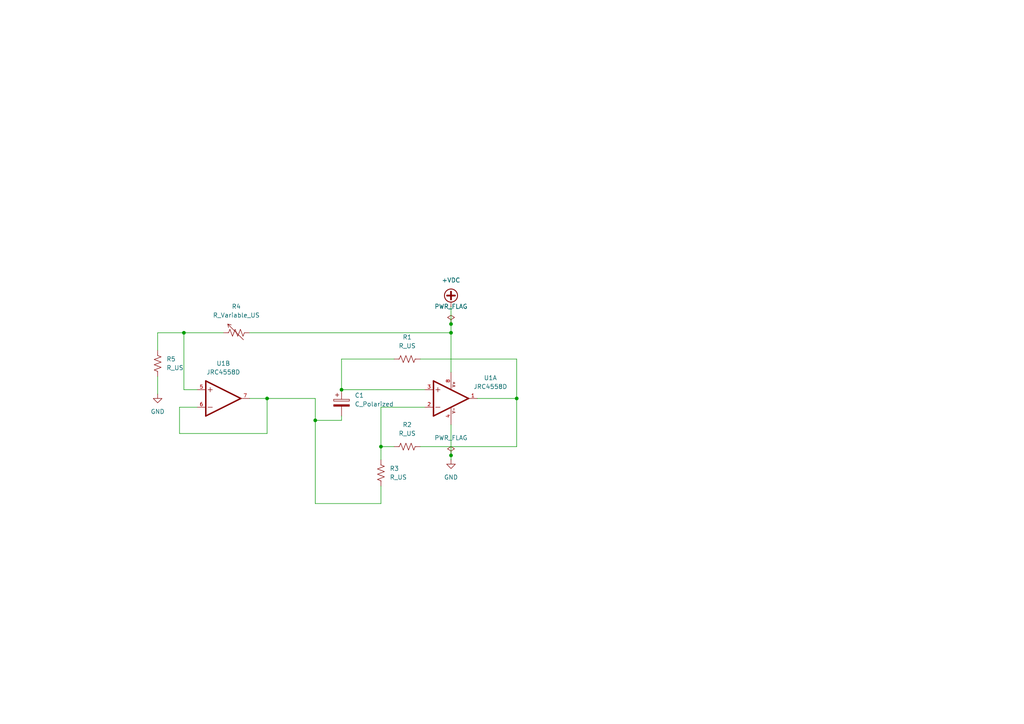
<source format=kicad_sch>
(kicad_sch (version 20231120) (generator "eeschema") (generator_version "8.0")
  (paper "A4")
  (lib_symbols
    (symbol "Device:C_Polarized" (pin_numbers hide) (pin_names (offset 0.254))
      (property "Reference" "C" (at 0.635 2.54 0))
      (property "Value" "C_Polarized" (at 0.635 -2.54 0))
      (symbol "C_Polarized_0_1"
        (rectangle (start -2.286 0.508) (end 2.286 1.016))
        (polyline (pts (xy -1.778 2.286) (xy -0.762 2.286)))
        (polyline (pts (xy -1.27 2.794) (xy -1.27 1.778)))
        (rectangle (start 2.286 -0.508) (end -2.286 -1.016) (fill (type outline)))
      )
      (symbol "C_Polarized_1_1"
        (pin passive line (at 0 3.81 270) (length 2.794) (name "~") (number "1"))
        (pin passive line (at 0 -3.81 90) (length 2.794) (name "~") (number "2"))
      )
    )
    (symbol "Device:R_US" (pin_numbers hide) (pin_names (offset 0))
      (property "Reference" "R" (at 2.54 0 90))
      (property "Value" "R_US" (at -2.54 0 90))
      (symbol "R_US_0_1"
        (polyline (pts (xy 0 -2.286) (xy 0 -2.54)))
        (polyline (pts (xy 0 2.286) (xy 0 2.54)))
        (polyline (pts (xy 0 -0.762) (xy 1.016 -1.143) (xy 0 -1.524) (xy -1.016 -1.905) (xy 0 -2.286)))
        (polyline (pts (xy 0 0.762) (xy 1.016 0.381) (xy 0 0) (xy -1.016 -0.381) (xy 0 -0.762)))
        (polyline (pts (xy 0 2.286) (xy 1.016 1.905) (xy 0 1.524) (xy -1.016 1.143) (xy 0 0.762)))
      )
      (symbol "R_US_1_1"
        (pin passive line (at 0 3.81 270) (length 1.27) (name "~") (number "1"))
        (pin passive line (at 0 -3.81 90) (length 1.27) (name "~") (number "2"))
      )
    )
    (symbol "Device:R_Variable_US" (pin_numbers hide) (pin_names (offset 0))
      (property "Reference" "R" (at 2.54 -2.54 90))
      (property "Value" "R_Variable_US" (at -2.54 -1.27 90))
      (symbol "R_Variable_US_0_1"
        (polyline (pts (xy 0 -2.286) (xy 0 -2.54)))
        (polyline (pts (xy 0 2.286) (xy 0 2.54)))
        (polyline (pts (xy 0 -0.762) (xy 1.016 -1.143) (xy 0 -1.524) (xy -1.016 -1.905) (xy 0 -2.286)))
        (polyline (pts (xy 0 0.762) (xy 1.016 0.381) (xy 0 0) (xy -1.016 -0.381) (xy 0 -0.762)))
        (polyline (pts (xy 0 2.286) (xy 1.016 1.905) (xy 0 1.524) (xy -1.016 1.143) (xy 0 0.762)) (stroke (width 0.1524)))
        (polyline (pts (xy 2.286 1.524) (xy 2.54 2.54) (xy 1.524 2.286) (xy 2.54 2.54) (xy -2.032 -2.032)) (stroke (width 0.1524)))
      )
      (symbol "R_Variable_US_1_1"
        (pin passive line (at 0 3.81 270) (length 1.27) (name "~") (number "1"))
        (pin passive line (at 0 -3.81 90) (length 1.27) (name "~") (number "2"))
      )
    )
    (symbol "JRC4558D:JRC4558D" (pin_names (offset 1.016))
      (property "Reference" "U" (at 2.54 3.175 0))
      (property "Value" "JRC4558D" (at 2.54 -5.08 0))
      (symbol "JRC4558D_1_0"
        (polyline (pts (xy -5.08 -5.08) (xy 5.08 0)) (stroke (width 0.4064)))
        (polyline (pts (xy -5.08 5.08) (xy -5.08 -5.08)) (stroke (width 0.4064)))
        (polyline (pts (xy -4.445 -2.54) (xy -3.175 -2.54)) (stroke (width 0.1524)))
        (polyline (pts (xy -4.445 2.54) (xy -3.175 2.54)) (stroke (width 0.1524)))
        (polyline (pts (xy -3.81 3.175) (xy -3.81 1.905)) (stroke (width 0.1524)))
        (polyline (pts (xy 5.08 0) (xy -5.08 5.08)) (stroke (width 0.4064)))
        (text "V+" (at 1.27 3.175 900) (effects (font (size 0.8128 0.8128)) (justify left bottom)))
        (text "V-" (at 1.27 -4.445 900) (effects (font (size 0.8128 0.8128)) (justify left bottom)))
        (pin output line (at 7.62 0 180) (length 2.54) (name "~") (number "1"))
        (pin input line (at -7.62 -2.54 0) (length 2.54) (name "~") (number "2"))
        (pin input line (at -7.62 2.54 0) (length 2.54) (name "~") (number "3"))
        (pin power_in line (at 0 -7.62 90) (length 5.08) (name "~") (number "4"))
        (pin power_in line (at 0 7.62 270) (length 5.08) (name "~") (number "8"))
      )
      (symbol "JRC4558D_2_0"
        (polyline (pts (xy -5.08 -5.08) (xy 5.08 0)) (stroke (width 0.4064)))
        (polyline (pts (xy -5.08 5.08) (xy -5.08 -5.08)) (stroke (width 0.4064)))
        (polyline (pts (xy -4.445 -2.54) (xy -3.175 -2.54)) (stroke (width 0.1524)))
        (polyline (pts (xy -4.445 2.54) (xy -3.175 2.54)) (stroke (width 0.1524)))
        (polyline (pts (xy -3.81 3.175) (xy -3.81 1.905)) (stroke (width 0.1524)))
        (polyline (pts (xy 5.08 0) (xy -5.08 5.08)) (stroke (width 0.4064)))
        (pin input line (at -7.62 2.54 0) (length 2.54) (name "~") (number "5"))
        (pin input line (at -7.62 -2.54 0) (length 2.54) (name "~") (number "6"))
        (pin output line (at 7.62 0 180) (length 2.54) (name "~") (number "7"))
      )
    )
    (symbol "power:+VDC" (power) (pin_numbers hide) (pin_names (offset 0) hide)
      (property "Value" "+VDC" (at 0 6.35 0))
      (symbol "+VDC_0_1"
        (polyline (pts (xy -1.143 3.175) (xy 1.143 3.175)) (stroke (width 0.508)))
        (polyline (pts (xy 0 0) (xy 0 1.27)))
        (polyline (pts (xy 0 2.032) (xy 0 4.318)) (stroke (width 0.508)))
        (circle (center 0 3.175) (radius 1.905) (stroke (width 0.254)))
      )
      (symbol "+VDC_1_1"
        (pin power_in line (at 0 0 90) (length 0) (name "~") (number "1"))
      )
    )
    (symbol "power:GND" (power) (pin_numbers hide) (pin_names (offset 0) hide)
      (property "Value" "GND" (at 0 -3.81 0))
      (symbol "GND_0_1"
        (polyline (pts (xy 0 0) (xy 0 -1.27) (xy 1.27 -1.27) (xy 0 -2.54) (xy -1.27 -1.27) (xy 0 -1.27)))
      )
      (symbol "GND_1_1"
        (pin power_in line (at 0 0 270) (length 0) (name "~") (number "1"))
      )
    )
    (symbol "power:PWR_FLAG" (power) (pin_numbers hide) (pin_names (offset 0) hide)
      (property "Value" "PWR_FLAG" (at 0 3.81 0))
      (symbol "PWR_FLAG_0_0"
        (pin power_out line (at 0 0 90) (length 0) (name "~") (number "1"))
      )
      (symbol "PWR_FLAG_0_1"
        (polyline (pts (xy 0 0) (xy 0 1.27) (xy -1.016 1.905) (xy 0 2.54) (xy 1.016 1.905) (xy 0 1.27)))
      )
    )
  )
  (junction (at 99.06 113.03))
  (junction (at 53.34 96.52))
  (junction (at 149.86 115.57))
  (junction (at 130.81 96.52))
  (junction (at 110.49 129.54))
  (junction (at 77.47 115.57))
  (junction (at 130.81 132.08))
  (junction (at 130.81 93.98))
  (junction (at 91.44 121.92))
  (wire (pts (xy 72.39 115.57) (xy 77.47 115.57)))
  (wire (pts (xy 149.86 115.57) (xy 149.86 129.54)))
  (wire (pts (xy 99.06 104.14) (xy 114.3 104.14)))
  (wire (pts (xy 99.06 104.14) (xy 99.06 113.03)))
  (wire (pts (xy 77.47 115.57) (xy 91.44 115.57)))
  (wire (pts (xy 110.49 140.97) (xy 110.49 146.05)))
  (wire (pts (xy 130.81 132.08) (xy 130.81 133.35)))
  (wire (pts (xy 99.06 120.65) (xy 99.06 121.92)))
  (wire (pts (xy 77.47 125.73) (xy 77.47 115.57)))
  (wire (pts (xy 45.72 96.52) (xy 53.34 96.52)))
  (wire (pts (xy 99.06 113.03) (xy 123.19 113.03)))
  (wire (pts (xy 91.44 146.05) (xy 110.49 146.05)))
  (wire (pts (xy 57.15 118.11) (xy 52.07 118.11)))
  (wire (pts (xy 149.86 104.14) (xy 149.86 115.57)))
  (wire (pts (xy 138.43 115.57) (xy 149.86 115.57)))
  (wire (pts (xy 91.44 121.92) (xy 91.44 146.05)))
  (wire (pts (xy 121.92 129.54) (xy 149.86 129.54)))
  (wire (pts (xy 130.81 123.19) (xy 130.81 132.08)))
  (wire (pts (xy 130.81 93.98) (xy 130.81 96.52)))
  (wire (pts (xy 52.07 125.73) (xy 77.47 125.73)))
  (wire (pts (xy 45.72 96.52) (xy 45.72 101.6)))
  (wire (pts (xy 130.81 88.9) (xy 130.81 93.98)))
  (wire (pts (xy 110.49 129.54) (xy 110.49 133.35)))
  (wire (pts (xy 130.81 96.52) (xy 130.81 107.95)))
  (wire (pts (xy 121.92 104.14) (xy 149.86 104.14)))
  (wire (pts (xy 91.44 121.92) (xy 99.06 121.92)))
  (wire (pts (xy 110.49 118.11) (xy 110.49 129.54)))
  (wire (pts (xy 123.19 118.11) (xy 110.49 118.11)))
  (wire (pts (xy 45.72 109.22) (xy 45.72 114.3)))
  (wire (pts (xy 52.07 118.11) (xy 52.07 125.73)))
  (wire (pts (xy 57.15 113.03) (xy 53.34 113.03)))
  (wire (pts (xy 53.34 113.03) (xy 53.34 96.52)))
  (wire (pts (xy 114.3 129.54) (xy 110.49 129.54)))
  (wire (pts (xy 91.44 115.57) (xy 91.44 121.92)))
  (wire (pts (xy 72.39 96.52) (xy 130.81 96.52)))
  (wire (pts (xy 53.34 96.52) (xy 64.77 96.52)))
  (symbol (lib_id "Device:R_Variable_US") (at 68.58 96.52 90) (unit 1)
    (property "Reference" "R4" (at 68.5419 88.9 90))
    (property "Value" "R_Variable_US" (at 68.5419 91.44 90))
    (property "Footprint" "Resistor_SMD:R_Shunt_Vishay_WSK2512_6332Metric_T1.19mm" (effects (hide yes)))
    (property "Description" "Variable resistor, US symbol" (effects (hide yes)))
  )
  (symbol (lib_id "power:PWR_FLAG") (at 130.81 93.98 0) (unit 1)
    (property "Reference" "#FLG01" (effects (hide yes)))
    (property "Value" "PWR_FLAG" (at 130.81 88.9 0))
    (property "Description" "Special symbol for telling ERC where power comes from" (effects (hide yes)))
  )
  (symbol (lib_id "JRC4558D:JRC4558D") (at 64.77 115.57 0) (unit 2)
    (property "Reference" "U1" (at 64.77 105.41 0))
    (property "Value" "JRC4558D" (at 64.77 107.95 0))
    (property "Footprint" "JRC4558D:DIP762W46P254L880H425Q8" (effects (hide yes)))
    (property "MF" "New Japan Radio" (effects (hide yes)))
    (property "Description_1" "\n                        \n                            Dip8\n                        \n" (effects (hide yes)))
    (property "Package" "DIP-8 New Japan Radio" (effects (hide yes)))
    (property "Price" "None" (effects (hide yes)))
    (property "Check_prices" "https://www.snapeda.com/parts/JRC4558D/New+Japan+Radio/view-part/?ref=eda" (effects (hide yes)))
    (property "STANDARD" "IPC7251" (effects (hide yes)))
    (property "SnapEDA_Link" "https://www.snapeda.com/parts/JRC4558D/New+Japan+Radio/view-part/?ref=snap" (effects (hide yes)))
    (property "MP" "JRC4558D" (effects (hide yes)))
    (property "Availability" "Not in stock" (effects (hide yes)))
    (property "MANUFACTURER" "JRC" (effects (hide yes)))
  )
  (symbol (lib_id "Device:R_US") (at 118.11 129.54 90) (unit 1)
    (property "Reference" "R2" (at 118.11 123.19 90))
    (property "Value" "R_US" (at 118.11 125.73 90))
    (property "Footprint" "Resistor_THT:R_Axial_DIN0204_L3.6mm_D1.6mm_P5.08mm_Horizontal" (effects (hide yes)))
    (property "Description" "Resistor, US symbol" (effects (hide yes)))
  )
  (symbol (lib_id "power:+VDC") (at 130.81 88.9 0) (unit 1)
    (property "Reference" "#PWR02" (effects (hide yes)))
    (property "Value" "+VDC" (at 130.81 81.28 0))
    (property "Description" "Power symbol creates a global label with name \"+VDC\"" (effects (hide yes)))
  )
  (symbol (lib_id "Device:R_US") (at 110.49 137.16 0) (unit 1)
    (property "Reference" "R3" (at 113.03 135.8899 0) (effects (justify left)))
    (property "Value" "R_US" (at 113.03 138.4299 0) (effects (justify left)))
    (property "Footprint" "Resistor_THT:R_Axial_DIN0204_L3.6mm_D1.6mm_P5.08mm_Horizontal" (effects (hide yes)))
    (property "Description" "Resistor, US symbol" (effects (hide yes)))
  )
  (symbol (lib_id "power:PWR_FLAG") (at 130.81 132.08 0) (unit 1)
    (property "Reference" "#FLG02" (effects (hide yes)))
    (property "Value" "PWR_FLAG" (at 130.81 127 0))
    (property "Description" "Special symbol for telling ERC where power comes from" (effects (hide yes)))
  )
  (symbol (lib_id "power:GND") (at 45.72 114.3 0) (unit 1)
    (property "Reference" "#PWR04" (effects (hide yes)))
    (property "Value" "GND" (at 45.72 119.38 0))
    (property "Description" "Power symbol creates a global label with name \"GND\" , ground" (effects (hide yes)))
  )
  (symbol (lib_id "Device:R_US") (at 118.11 104.14 270) (unit 1)
    (property "Reference" "R1" (at 118.11 97.79 90))
    (property "Value" "R_US" (at 118.11 100.33 90))
    (property "Footprint" "Resistor_THT:R_Axial_DIN0204_L3.6mm_D1.6mm_P5.08mm_Horizontal" (effects (hide yes)))
    (property "Description" "Resistor, US symbol" (effects (hide yes)))
  )
  (symbol (lib_id "power:GND") (at 130.81 133.35 0) (unit 1)
    (property "Reference" "#PWR01" (effects (hide yes)))
    (property "Value" "GND" (at 130.81 138.43 0))
    (property "Description" "Power symbol creates a global label with name \"GND\" , ground" (effects (hide yes)))
  )
  (symbol (lib_id "Device:C_Polarized") (at 99.06 116.84 0) (unit 1)
    (property "Reference" "C1" (at 102.87 114.6809 0) (effects (justify left)))
    (property "Value" "C_Polarized" (at 102.87 117.2209 0) (effects (justify left)))
    (property "Footprint" "Capacitor_THT:CP_Radial_D4.0mm_P1.50mm" (effects (hide yes)))
    (property "Description" "Polarized capacitor" (effects (hide yes)))
  )
  (symbol (lib_id "JRC4558D:JRC4558D") (at 130.81 115.57 0) (unit 1)
    (property "Reference" "U1" (at 142.24 109.6008 0))
    (property "Value" "JRC4558D" (at 142.24 112.1408 0))
    (property "Footprint" "JRC4558D:DIP762W46P254L880H425Q8" (effects (hide yes)))
    (property "MF" "New Japan Radio" (effects (hide yes)))
    (property "Description_1" "\n                        \n                            Dip8\n                        \n" (effects (hide yes)))
    (property "Package" "DIP-8 New Japan Radio" (effects (hide yes)))
    (property "Price" "None" (effects (hide yes)))
    (property "Check_prices" "https://www.snapeda.com/parts/JRC4558D/New+Japan+Radio/view-part/?ref=eda" (effects (hide yes)))
    (property "STANDARD" "IPC7251" (effects (hide yes)))
    (property "SnapEDA_Link" "https://www.snapeda.com/parts/JRC4558D/New+Japan+Radio/view-part/?ref=snap" (effects (hide yes)))
    (property "MP" "JRC4558D" (effects (hide yes)))
    (property "Availability" "Not in stock" (effects (hide yes)))
    (property "MANUFACTURER" "JRC" (effects (hide yes)))
  )
  (symbol (lib_id "Device:R_US") (at 45.72 105.41 180) (unit 1)
    (property "Reference" "R5" (at 48.26 104.1399 0) (effects (justify right)))
    (property "Value" "R_US" (at 48.26 106.6799 0) (effects (justify right)))
    (property "Footprint" "Resistor_THT:R_Axial_DIN0204_L3.6mm_D1.6mm_P5.08mm_Horizontal" (effects (hide yes)))
    (property "Description" "Resistor, US symbol" (effects (hide yes)))
  )
)
</source>
